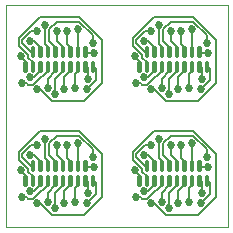
<source format=gtl>
G75*
%MOIN*%
%OFA0B0*%
%FSLAX25Y25*%
%IPPOS*%
%LPD*%
%AMOC8*
5,1,8,0,0,1.08239X$1,22.5*
%
%ADD10C,0.00000*%
%ADD11C,0.01350*%
%ADD12C,0.00600*%
%ADD13C,0.02700*%
D10*
X0001500Y0001500D02*
X0001500Y0039500D01*
X0001500Y0075500D01*
X0037500Y0075500D01*
X0039500Y0075500D01*
X0075500Y0075500D01*
X0075500Y0039500D01*
X0075500Y0037500D01*
X0075500Y0001500D01*
X0039500Y0001500D01*
X0001500Y0001500D01*
D11*
X0008125Y0015675D02*
X0008125Y0018325D01*
X0008275Y0018325D01*
X0008275Y0015675D01*
X0008125Y0015675D01*
X0008125Y0017024D02*
X0008275Y0017024D01*
X0010625Y0018325D02*
X0010625Y0015675D01*
X0010625Y0018325D02*
X0010775Y0018325D01*
X0010775Y0015675D01*
X0010625Y0015675D01*
X0010625Y0017024D02*
X0010775Y0017024D01*
X0013125Y0018325D02*
X0013125Y0015675D01*
X0013125Y0018325D02*
X0013275Y0018325D01*
X0013275Y0015675D01*
X0013125Y0015675D01*
X0013125Y0017024D02*
X0013275Y0017024D01*
X0015625Y0018325D02*
X0015625Y0015675D01*
X0015625Y0018325D02*
X0015775Y0018325D01*
X0015775Y0015675D01*
X0015625Y0015675D01*
X0015625Y0017024D02*
X0015775Y0017024D01*
X0018125Y0018325D02*
X0018125Y0015675D01*
X0018125Y0018325D02*
X0018275Y0018325D01*
X0018275Y0015675D01*
X0018125Y0015675D01*
X0018125Y0017024D02*
X0018275Y0017024D01*
X0020625Y0018325D02*
X0020625Y0015675D01*
X0020625Y0018325D02*
X0020775Y0018325D01*
X0020775Y0015675D01*
X0020625Y0015675D01*
X0020625Y0017024D02*
X0020775Y0017024D01*
X0023125Y0018325D02*
X0023125Y0015675D01*
X0023125Y0018325D02*
X0023275Y0018325D01*
X0023275Y0015675D01*
X0023125Y0015675D01*
X0023125Y0017024D02*
X0023275Y0017024D01*
X0025625Y0018325D02*
X0025625Y0015675D01*
X0025625Y0018325D02*
X0025775Y0018325D01*
X0025775Y0015675D01*
X0025625Y0015675D01*
X0025625Y0017024D02*
X0025775Y0017024D01*
X0028125Y0018325D02*
X0028125Y0015675D01*
X0028125Y0018325D02*
X0028275Y0018325D01*
X0028275Y0015675D01*
X0028125Y0015675D01*
X0028125Y0017024D02*
X0028275Y0017024D01*
X0030625Y0018325D02*
X0030625Y0015675D01*
X0030625Y0018325D02*
X0030775Y0018325D01*
X0030775Y0015675D01*
X0030625Y0015675D01*
X0030625Y0017024D02*
X0030775Y0017024D01*
X0028125Y0020675D02*
X0028125Y0023325D01*
X0028275Y0023325D01*
X0028275Y0020675D01*
X0028125Y0020675D01*
X0028125Y0022024D02*
X0028275Y0022024D01*
X0025625Y0023325D02*
X0025625Y0020675D01*
X0025625Y0023325D02*
X0025775Y0023325D01*
X0025775Y0020675D01*
X0025625Y0020675D01*
X0025625Y0022024D02*
X0025775Y0022024D01*
X0023125Y0023325D02*
X0023125Y0020675D01*
X0023125Y0023325D02*
X0023275Y0023325D01*
X0023275Y0020675D01*
X0023125Y0020675D01*
X0023125Y0022024D02*
X0023275Y0022024D01*
X0020625Y0023325D02*
X0020625Y0020675D01*
X0020625Y0023325D02*
X0020775Y0023325D01*
X0020775Y0020675D01*
X0020625Y0020675D01*
X0020625Y0022024D02*
X0020775Y0022024D01*
X0018125Y0023325D02*
X0018125Y0020675D01*
X0018125Y0023325D02*
X0018275Y0023325D01*
X0018275Y0020675D01*
X0018125Y0020675D01*
X0018125Y0022024D02*
X0018275Y0022024D01*
X0015625Y0023325D02*
X0015625Y0020675D01*
X0015625Y0023325D02*
X0015775Y0023325D01*
X0015775Y0020675D01*
X0015625Y0020675D01*
X0015625Y0022024D02*
X0015775Y0022024D01*
X0013125Y0023325D02*
X0013125Y0020675D01*
X0013125Y0023325D02*
X0013275Y0023325D01*
X0013275Y0020675D01*
X0013125Y0020675D01*
X0013125Y0022024D02*
X0013275Y0022024D01*
X0010625Y0023325D02*
X0010625Y0020675D01*
X0010625Y0023325D02*
X0010775Y0023325D01*
X0010775Y0020675D01*
X0010625Y0020675D01*
X0010625Y0022024D02*
X0010775Y0022024D01*
X0010625Y0053675D02*
X0010625Y0056325D01*
X0010775Y0056325D01*
X0010775Y0053675D01*
X0010625Y0053675D01*
X0010625Y0055024D02*
X0010775Y0055024D01*
X0008125Y0056325D02*
X0008125Y0053675D01*
X0008125Y0056325D02*
X0008275Y0056325D01*
X0008275Y0053675D01*
X0008125Y0053675D01*
X0008125Y0055024D02*
X0008275Y0055024D01*
X0010625Y0058675D02*
X0010625Y0061325D01*
X0010775Y0061325D01*
X0010775Y0058675D01*
X0010625Y0058675D01*
X0010625Y0060024D02*
X0010775Y0060024D01*
X0013125Y0061325D02*
X0013125Y0058675D01*
X0013125Y0061325D02*
X0013275Y0061325D01*
X0013275Y0058675D01*
X0013125Y0058675D01*
X0013125Y0060024D02*
X0013275Y0060024D01*
X0015625Y0061325D02*
X0015625Y0058675D01*
X0015625Y0061325D02*
X0015775Y0061325D01*
X0015775Y0058675D01*
X0015625Y0058675D01*
X0015625Y0060024D02*
X0015775Y0060024D01*
X0018125Y0061325D02*
X0018125Y0058675D01*
X0018125Y0061325D02*
X0018275Y0061325D01*
X0018275Y0058675D01*
X0018125Y0058675D01*
X0018125Y0060024D02*
X0018275Y0060024D01*
X0020625Y0061325D02*
X0020625Y0058675D01*
X0020625Y0061325D02*
X0020775Y0061325D01*
X0020775Y0058675D01*
X0020625Y0058675D01*
X0020625Y0060024D02*
X0020775Y0060024D01*
X0023125Y0061325D02*
X0023125Y0058675D01*
X0023125Y0061325D02*
X0023275Y0061325D01*
X0023275Y0058675D01*
X0023125Y0058675D01*
X0023125Y0060024D02*
X0023275Y0060024D01*
X0025625Y0061325D02*
X0025625Y0058675D01*
X0025625Y0061325D02*
X0025775Y0061325D01*
X0025775Y0058675D01*
X0025625Y0058675D01*
X0025625Y0060024D02*
X0025775Y0060024D01*
X0028125Y0061325D02*
X0028125Y0058675D01*
X0028125Y0061325D02*
X0028275Y0061325D01*
X0028275Y0058675D01*
X0028125Y0058675D01*
X0028125Y0060024D02*
X0028275Y0060024D01*
X0028125Y0056325D02*
X0028125Y0053675D01*
X0028125Y0056325D02*
X0028275Y0056325D01*
X0028275Y0053675D01*
X0028125Y0053675D01*
X0028125Y0055024D02*
X0028275Y0055024D01*
X0030625Y0056325D02*
X0030625Y0053675D01*
X0030625Y0056325D02*
X0030775Y0056325D01*
X0030775Y0053675D01*
X0030625Y0053675D01*
X0030625Y0055024D02*
X0030775Y0055024D01*
X0025625Y0056325D02*
X0025625Y0053675D01*
X0025625Y0056325D02*
X0025775Y0056325D01*
X0025775Y0053675D01*
X0025625Y0053675D01*
X0025625Y0055024D02*
X0025775Y0055024D01*
X0023125Y0056325D02*
X0023125Y0053675D01*
X0023125Y0056325D02*
X0023275Y0056325D01*
X0023275Y0053675D01*
X0023125Y0053675D01*
X0023125Y0055024D02*
X0023275Y0055024D01*
X0020625Y0056325D02*
X0020625Y0053675D01*
X0020625Y0056325D02*
X0020775Y0056325D01*
X0020775Y0053675D01*
X0020625Y0053675D01*
X0020625Y0055024D02*
X0020775Y0055024D01*
X0018125Y0056325D02*
X0018125Y0053675D01*
X0018125Y0056325D02*
X0018275Y0056325D01*
X0018275Y0053675D01*
X0018125Y0053675D01*
X0018125Y0055024D02*
X0018275Y0055024D01*
X0015625Y0056325D02*
X0015625Y0053675D01*
X0015625Y0056325D02*
X0015775Y0056325D01*
X0015775Y0053675D01*
X0015625Y0053675D01*
X0015625Y0055024D02*
X0015775Y0055024D01*
X0013125Y0056325D02*
X0013125Y0053675D01*
X0013125Y0056325D02*
X0013275Y0056325D01*
X0013275Y0053675D01*
X0013125Y0053675D01*
X0013125Y0055024D02*
X0013275Y0055024D01*
X0046125Y0056325D02*
X0046125Y0053675D01*
X0046125Y0056325D02*
X0046275Y0056325D01*
X0046275Y0053675D01*
X0046125Y0053675D01*
X0046125Y0055024D02*
X0046275Y0055024D01*
X0048625Y0056325D02*
X0048625Y0053675D01*
X0048625Y0056325D02*
X0048775Y0056325D01*
X0048775Y0053675D01*
X0048625Y0053675D01*
X0048625Y0055024D02*
X0048775Y0055024D01*
X0051125Y0056325D02*
X0051125Y0053675D01*
X0051125Y0056325D02*
X0051275Y0056325D01*
X0051275Y0053675D01*
X0051125Y0053675D01*
X0051125Y0055024D02*
X0051275Y0055024D01*
X0053625Y0056325D02*
X0053625Y0053675D01*
X0053625Y0056325D02*
X0053775Y0056325D01*
X0053775Y0053675D01*
X0053625Y0053675D01*
X0053625Y0055024D02*
X0053775Y0055024D01*
X0056125Y0056325D02*
X0056125Y0053675D01*
X0056125Y0056325D02*
X0056275Y0056325D01*
X0056275Y0053675D01*
X0056125Y0053675D01*
X0056125Y0055024D02*
X0056275Y0055024D01*
X0058625Y0056325D02*
X0058625Y0053675D01*
X0058625Y0056325D02*
X0058775Y0056325D01*
X0058775Y0053675D01*
X0058625Y0053675D01*
X0058625Y0055024D02*
X0058775Y0055024D01*
X0061125Y0056325D02*
X0061125Y0053675D01*
X0061125Y0056325D02*
X0061275Y0056325D01*
X0061275Y0053675D01*
X0061125Y0053675D01*
X0061125Y0055024D02*
X0061275Y0055024D01*
X0063625Y0056325D02*
X0063625Y0053675D01*
X0063625Y0056325D02*
X0063775Y0056325D01*
X0063775Y0053675D01*
X0063625Y0053675D01*
X0063625Y0055024D02*
X0063775Y0055024D01*
X0066125Y0056325D02*
X0066125Y0053675D01*
X0066125Y0056325D02*
X0066275Y0056325D01*
X0066275Y0053675D01*
X0066125Y0053675D01*
X0066125Y0055024D02*
X0066275Y0055024D01*
X0068625Y0056325D02*
X0068625Y0053675D01*
X0068625Y0056325D02*
X0068775Y0056325D01*
X0068775Y0053675D01*
X0068625Y0053675D01*
X0068625Y0055024D02*
X0068775Y0055024D01*
X0066125Y0058675D02*
X0066125Y0061325D01*
X0066275Y0061325D01*
X0066275Y0058675D01*
X0066125Y0058675D01*
X0066125Y0060024D02*
X0066275Y0060024D01*
X0063625Y0061325D02*
X0063625Y0058675D01*
X0063625Y0061325D02*
X0063775Y0061325D01*
X0063775Y0058675D01*
X0063625Y0058675D01*
X0063625Y0060024D02*
X0063775Y0060024D01*
X0061125Y0061325D02*
X0061125Y0058675D01*
X0061125Y0061325D02*
X0061275Y0061325D01*
X0061275Y0058675D01*
X0061125Y0058675D01*
X0061125Y0060024D02*
X0061275Y0060024D01*
X0058625Y0061325D02*
X0058625Y0058675D01*
X0058625Y0061325D02*
X0058775Y0061325D01*
X0058775Y0058675D01*
X0058625Y0058675D01*
X0058625Y0060024D02*
X0058775Y0060024D01*
X0056125Y0061325D02*
X0056125Y0058675D01*
X0056125Y0061325D02*
X0056275Y0061325D01*
X0056275Y0058675D01*
X0056125Y0058675D01*
X0056125Y0060024D02*
X0056275Y0060024D01*
X0053625Y0061325D02*
X0053625Y0058675D01*
X0053625Y0061325D02*
X0053775Y0061325D01*
X0053775Y0058675D01*
X0053625Y0058675D01*
X0053625Y0060024D02*
X0053775Y0060024D01*
X0051125Y0061325D02*
X0051125Y0058675D01*
X0051125Y0061325D02*
X0051275Y0061325D01*
X0051275Y0058675D01*
X0051125Y0058675D01*
X0051125Y0060024D02*
X0051275Y0060024D01*
X0048625Y0061325D02*
X0048625Y0058675D01*
X0048625Y0061325D02*
X0048775Y0061325D01*
X0048775Y0058675D01*
X0048625Y0058675D01*
X0048625Y0060024D02*
X0048775Y0060024D01*
X0048625Y0023325D02*
X0048625Y0020675D01*
X0048625Y0023325D02*
X0048775Y0023325D01*
X0048775Y0020675D01*
X0048625Y0020675D01*
X0048625Y0022024D02*
X0048775Y0022024D01*
X0051125Y0023325D02*
X0051125Y0020675D01*
X0051125Y0023325D02*
X0051275Y0023325D01*
X0051275Y0020675D01*
X0051125Y0020675D01*
X0051125Y0022024D02*
X0051275Y0022024D01*
X0053625Y0023325D02*
X0053625Y0020675D01*
X0053625Y0023325D02*
X0053775Y0023325D01*
X0053775Y0020675D01*
X0053625Y0020675D01*
X0053625Y0022024D02*
X0053775Y0022024D01*
X0056125Y0023325D02*
X0056125Y0020675D01*
X0056125Y0023325D02*
X0056275Y0023325D01*
X0056275Y0020675D01*
X0056125Y0020675D01*
X0056125Y0022024D02*
X0056275Y0022024D01*
X0058625Y0023325D02*
X0058625Y0020675D01*
X0058625Y0023325D02*
X0058775Y0023325D01*
X0058775Y0020675D01*
X0058625Y0020675D01*
X0058625Y0022024D02*
X0058775Y0022024D01*
X0061125Y0023325D02*
X0061125Y0020675D01*
X0061125Y0023325D02*
X0061275Y0023325D01*
X0061275Y0020675D01*
X0061125Y0020675D01*
X0061125Y0022024D02*
X0061275Y0022024D01*
X0063625Y0023325D02*
X0063625Y0020675D01*
X0063625Y0023325D02*
X0063775Y0023325D01*
X0063775Y0020675D01*
X0063625Y0020675D01*
X0063625Y0022024D02*
X0063775Y0022024D01*
X0066125Y0023325D02*
X0066125Y0020675D01*
X0066125Y0023325D02*
X0066275Y0023325D01*
X0066275Y0020675D01*
X0066125Y0020675D01*
X0066125Y0022024D02*
X0066275Y0022024D01*
X0066125Y0018325D02*
X0066125Y0015675D01*
X0066125Y0018325D02*
X0066275Y0018325D01*
X0066275Y0015675D01*
X0066125Y0015675D01*
X0066125Y0017024D02*
X0066275Y0017024D01*
X0068625Y0018325D02*
X0068625Y0015675D01*
X0068625Y0018325D02*
X0068775Y0018325D01*
X0068775Y0015675D01*
X0068625Y0015675D01*
X0068625Y0017024D02*
X0068775Y0017024D01*
X0063625Y0018325D02*
X0063625Y0015675D01*
X0063625Y0018325D02*
X0063775Y0018325D01*
X0063775Y0015675D01*
X0063625Y0015675D01*
X0063625Y0017024D02*
X0063775Y0017024D01*
X0061125Y0018325D02*
X0061125Y0015675D01*
X0061125Y0018325D02*
X0061275Y0018325D01*
X0061275Y0015675D01*
X0061125Y0015675D01*
X0061125Y0017024D02*
X0061275Y0017024D01*
X0058625Y0018325D02*
X0058625Y0015675D01*
X0058625Y0018325D02*
X0058775Y0018325D01*
X0058775Y0015675D01*
X0058625Y0015675D01*
X0058625Y0017024D02*
X0058775Y0017024D01*
X0056125Y0018325D02*
X0056125Y0015675D01*
X0056125Y0018325D02*
X0056275Y0018325D01*
X0056275Y0015675D01*
X0056125Y0015675D01*
X0056125Y0017024D02*
X0056275Y0017024D01*
X0053625Y0018325D02*
X0053625Y0015675D01*
X0053625Y0018325D02*
X0053775Y0018325D01*
X0053775Y0015675D01*
X0053625Y0015675D01*
X0053625Y0017024D02*
X0053775Y0017024D01*
X0051125Y0018325D02*
X0051125Y0015675D01*
X0051125Y0018325D02*
X0051275Y0018325D01*
X0051275Y0015675D01*
X0051125Y0015675D01*
X0051125Y0017024D02*
X0051275Y0017024D01*
X0048625Y0018325D02*
X0048625Y0015675D01*
X0048625Y0018325D02*
X0048775Y0018325D01*
X0048775Y0015675D01*
X0048625Y0015675D01*
X0048625Y0017024D02*
X0048775Y0017024D01*
X0046125Y0018325D02*
X0046125Y0015675D01*
X0046125Y0018325D02*
X0046275Y0018325D01*
X0046275Y0015675D01*
X0046125Y0015675D01*
X0046125Y0017024D02*
X0046275Y0017024D01*
D12*
X0046200Y0017000D02*
X0046000Y0017000D01*
X0046000Y0019000D01*
X0044500Y0020500D01*
X0047000Y0020000D02*
X0048500Y0018500D01*
X0048500Y0017000D01*
X0048700Y0017000D01*
X0051000Y0017000D02*
X0051000Y0015500D01*
X0049000Y0013500D01*
X0047500Y0013500D01*
X0046500Y0011500D02*
X0045000Y0011500D01*
X0046500Y0011500D02*
X0047000Y0011000D01*
X0048500Y0011000D01*
X0051500Y0014000D01*
X0052000Y0014000D01*
X0053500Y0015500D01*
X0053500Y0017000D01*
X0053700Y0017000D01*
X0056000Y0017000D02*
X0056000Y0015500D01*
X0053500Y0013000D01*
X0053500Y0010000D01*
X0051000Y0009500D02*
X0055000Y0005500D01*
X0065500Y0005500D01*
X0071500Y0011500D01*
X0071500Y0026000D01*
X0064000Y0033500D01*
X0051000Y0033500D01*
X0044000Y0026500D01*
X0044000Y0024000D01*
X0047000Y0021000D01*
X0047000Y0020000D01*
X0048000Y0022000D02*
X0048700Y0022000D01*
X0048000Y0022000D02*
X0045000Y0025000D01*
X0045000Y0026000D01*
X0048000Y0029000D01*
X0050000Y0029000D01*
X0052500Y0031000D02*
X0052500Y0024500D01*
X0053500Y0023500D01*
X0053500Y0022000D01*
X0053700Y0022000D01*
X0056000Y0022000D02*
X0056200Y0022000D01*
X0056000Y0022000D02*
X0056000Y0023500D01*
X0054000Y0025500D01*
X0054000Y0029500D01*
X0056500Y0032000D01*
X0064000Y0032000D01*
X0068500Y0027500D01*
X0068500Y0025000D01*
X0066500Y0022000D02*
X0066200Y0022000D01*
X0066500Y0022000D02*
X0067000Y0021500D01*
X0069000Y0021500D01*
X0069000Y0017000D02*
X0068700Y0017000D01*
X0069000Y0017000D02*
X0069500Y0016500D01*
X0069500Y0012500D01*
X0066500Y0009500D01*
X0067000Y0013000D02*
X0067000Y0016500D01*
X0066500Y0017000D01*
X0066200Y0017000D01*
X0063700Y0017000D02*
X0063500Y0017000D01*
X0063500Y0015500D01*
X0062500Y0014500D01*
X0062500Y0010000D01*
X0059000Y0009500D02*
X0059000Y0013500D01*
X0061000Y0015500D01*
X0061000Y0017000D01*
X0061200Y0017000D01*
X0058700Y0017000D02*
X0058500Y0017000D01*
X0058500Y0015500D01*
X0056000Y0013000D01*
X0056000Y0008000D01*
X0051000Y0009500D02*
X0050000Y0009500D01*
X0051000Y0017000D02*
X0051200Y0017000D01*
X0056000Y0017000D02*
X0056200Y0017000D01*
X0058500Y0022000D02*
X0058700Y0022000D01*
X0058500Y0022000D02*
X0058500Y0023500D01*
X0056500Y0025500D01*
X0056500Y0029000D01*
X0060000Y0029000D02*
X0060000Y0024500D01*
X0061000Y0023500D01*
X0061000Y0022000D01*
X0061200Y0022000D01*
X0063500Y0022000D02*
X0063700Y0022000D01*
X0063500Y0022000D02*
X0063500Y0029500D01*
X0051000Y0023500D02*
X0051000Y0022000D01*
X0051200Y0022000D01*
X0051000Y0023500D02*
X0049000Y0025500D01*
X0047500Y0025500D01*
X0033500Y0026000D02*
X0026000Y0033500D01*
X0013000Y0033500D01*
X0006000Y0026500D01*
X0006000Y0024000D01*
X0009000Y0021000D01*
X0009000Y0020000D01*
X0010500Y0018500D01*
X0010500Y0017000D01*
X0010700Y0017000D01*
X0013000Y0017000D02*
X0013000Y0015500D01*
X0011000Y0013500D01*
X0009500Y0013500D01*
X0008500Y0011500D02*
X0007000Y0011500D01*
X0008500Y0011500D02*
X0009000Y0011000D01*
X0010500Y0011000D01*
X0013500Y0014000D01*
X0014000Y0014000D01*
X0015500Y0015500D01*
X0015500Y0017000D01*
X0015700Y0017000D01*
X0018000Y0017000D02*
X0018000Y0015500D01*
X0015500Y0013000D01*
X0015500Y0010000D01*
X0018000Y0008000D02*
X0018000Y0013000D01*
X0020500Y0015500D01*
X0020500Y0017000D01*
X0020700Y0017000D01*
X0023000Y0017000D02*
X0023000Y0015500D01*
X0021000Y0013500D01*
X0021000Y0009500D01*
X0024500Y0010000D02*
X0024500Y0014500D01*
X0025500Y0015500D01*
X0025500Y0017000D01*
X0025700Y0017000D01*
X0023200Y0017000D02*
X0023000Y0017000D01*
X0018200Y0017000D02*
X0018000Y0017000D01*
X0013200Y0017000D02*
X0013000Y0017000D01*
X0008200Y0017000D02*
X0008000Y0017000D01*
X0008000Y0019000D01*
X0006500Y0020500D01*
X0010000Y0022000D02*
X0010700Y0022000D01*
X0010000Y0022000D02*
X0007000Y0025000D01*
X0007000Y0026000D01*
X0010000Y0029000D01*
X0012000Y0029000D01*
X0014500Y0031000D02*
X0014500Y0024500D01*
X0015500Y0023500D01*
X0015500Y0022000D01*
X0015700Y0022000D01*
X0018000Y0022000D02*
X0018200Y0022000D01*
X0018000Y0022000D02*
X0018000Y0023500D01*
X0016000Y0025500D01*
X0016000Y0029500D01*
X0018500Y0032000D01*
X0026000Y0032000D01*
X0030500Y0027500D01*
X0030500Y0025000D01*
X0033500Y0026000D02*
X0033500Y0011500D01*
X0027500Y0005500D01*
X0017000Y0005500D01*
X0013000Y0009500D01*
X0012000Y0009500D01*
X0013000Y0022000D02*
X0013200Y0022000D01*
X0013000Y0022000D02*
X0013000Y0023500D01*
X0011000Y0025500D01*
X0009500Y0025500D01*
X0018500Y0025500D02*
X0020500Y0023500D01*
X0020500Y0022000D01*
X0020700Y0022000D01*
X0023000Y0022000D02*
X0023200Y0022000D01*
X0023000Y0022000D02*
X0023000Y0023500D01*
X0022000Y0024500D01*
X0022000Y0029000D01*
X0018500Y0029000D02*
X0018500Y0025500D01*
X0025500Y0022000D02*
X0025700Y0022000D01*
X0025500Y0022000D02*
X0025500Y0029500D01*
X0028200Y0022000D02*
X0028500Y0022000D01*
X0029000Y0021500D01*
X0031000Y0021500D01*
X0031000Y0017000D02*
X0030700Y0017000D01*
X0031000Y0017000D02*
X0031500Y0016500D01*
X0031500Y0012500D01*
X0028500Y0009500D01*
X0029000Y0013000D02*
X0029000Y0016500D01*
X0028500Y0017000D01*
X0028200Y0017000D01*
X0027500Y0043500D02*
X0017000Y0043500D01*
X0013000Y0047500D01*
X0012000Y0047500D01*
X0010500Y0049000D02*
X0013500Y0052000D01*
X0014000Y0052000D01*
X0015500Y0053500D01*
X0015500Y0055000D01*
X0015700Y0055000D01*
X0018000Y0055000D02*
X0018000Y0053500D01*
X0015500Y0051000D01*
X0015500Y0048000D01*
X0018000Y0046000D02*
X0018000Y0051000D01*
X0020500Y0053500D01*
X0020500Y0055000D01*
X0020700Y0055000D01*
X0023000Y0055000D02*
X0023000Y0053500D01*
X0021000Y0051500D01*
X0021000Y0047500D01*
X0024500Y0048000D02*
X0024500Y0052500D01*
X0025500Y0053500D01*
X0025500Y0055000D01*
X0025700Y0055000D01*
X0023200Y0055000D02*
X0023000Y0055000D01*
X0018200Y0055000D02*
X0018000Y0055000D01*
X0013200Y0055000D02*
X0013000Y0055000D01*
X0013000Y0053500D01*
X0011000Y0051500D01*
X0009500Y0051500D01*
X0008500Y0049500D02*
X0009000Y0049000D01*
X0010500Y0049000D01*
X0008500Y0049500D02*
X0007000Y0049500D01*
X0008000Y0055000D02*
X0008200Y0055000D01*
X0008000Y0055000D02*
X0008000Y0057000D01*
X0006500Y0058500D01*
X0009000Y0058000D02*
X0010500Y0056500D01*
X0010500Y0055000D01*
X0010700Y0055000D01*
X0009000Y0058000D02*
X0009000Y0059000D01*
X0006000Y0062000D01*
X0006000Y0064500D01*
X0013000Y0071500D01*
X0026000Y0071500D01*
X0033500Y0064000D01*
X0033500Y0049500D01*
X0027500Y0043500D01*
X0028500Y0047500D02*
X0031500Y0050500D01*
X0031500Y0054500D01*
X0031000Y0055000D01*
X0030700Y0055000D01*
X0029000Y0054500D02*
X0028500Y0055000D01*
X0028200Y0055000D01*
X0029000Y0054500D02*
X0029000Y0051000D01*
X0029000Y0059500D02*
X0028500Y0060000D01*
X0028200Y0060000D01*
X0029000Y0059500D02*
X0031000Y0059500D01*
X0030500Y0063000D02*
X0030500Y0065500D01*
X0026000Y0070000D01*
X0018500Y0070000D01*
X0016000Y0067500D01*
X0016000Y0063500D01*
X0018000Y0061500D01*
X0018000Y0060000D01*
X0018200Y0060000D01*
X0020500Y0060000D02*
X0020700Y0060000D01*
X0020500Y0060000D02*
X0020500Y0061500D01*
X0018500Y0063500D01*
X0018500Y0067000D01*
X0022000Y0067000D02*
X0022000Y0062500D01*
X0023000Y0061500D01*
X0023000Y0060000D01*
X0023200Y0060000D01*
X0025500Y0060000D02*
X0025700Y0060000D01*
X0025500Y0060000D02*
X0025500Y0067500D01*
X0015500Y0061500D02*
X0015500Y0060000D01*
X0015700Y0060000D01*
X0015500Y0061500D02*
X0014500Y0062500D01*
X0014500Y0069000D01*
X0012000Y0067000D02*
X0010000Y0067000D01*
X0007000Y0064000D01*
X0007000Y0063000D01*
X0010000Y0060000D01*
X0010700Y0060000D01*
X0013000Y0060000D02*
X0013200Y0060000D01*
X0013000Y0060000D02*
X0013000Y0061500D01*
X0011000Y0063500D01*
X0009500Y0063500D01*
X0044000Y0064500D02*
X0044000Y0062000D01*
X0047000Y0059000D01*
X0047000Y0058000D01*
X0048500Y0056500D01*
X0048500Y0055000D01*
X0048700Y0055000D01*
X0051000Y0055000D02*
X0051000Y0053500D01*
X0049000Y0051500D01*
X0047500Y0051500D01*
X0046500Y0049500D02*
X0047000Y0049000D01*
X0048500Y0049000D01*
X0051500Y0052000D01*
X0052000Y0052000D01*
X0053500Y0053500D01*
X0053500Y0055000D01*
X0053700Y0055000D01*
X0056000Y0055000D02*
X0056000Y0053500D01*
X0053500Y0051000D01*
X0053500Y0048000D01*
X0051000Y0047500D02*
X0055000Y0043500D01*
X0065500Y0043500D01*
X0071500Y0049500D01*
X0071500Y0064000D01*
X0064000Y0071500D01*
X0051000Y0071500D01*
X0044000Y0064500D01*
X0045000Y0064000D02*
X0045000Y0063000D01*
X0048000Y0060000D01*
X0048700Y0060000D01*
X0051000Y0060000D02*
X0051200Y0060000D01*
X0051000Y0060000D02*
X0051000Y0061500D01*
X0049000Y0063500D01*
X0047500Y0063500D01*
X0045000Y0064000D02*
X0048000Y0067000D01*
X0050000Y0067000D01*
X0052500Y0069000D02*
X0052500Y0062500D01*
X0053500Y0061500D01*
X0053500Y0060000D01*
X0053700Y0060000D01*
X0056000Y0060000D02*
X0056200Y0060000D01*
X0056000Y0060000D02*
X0056000Y0061500D01*
X0054000Y0063500D01*
X0054000Y0067500D01*
X0056500Y0070000D01*
X0064000Y0070000D01*
X0068500Y0065500D01*
X0068500Y0063000D01*
X0069000Y0059500D02*
X0067000Y0059500D01*
X0066500Y0060000D01*
X0066200Y0060000D01*
X0063700Y0060000D02*
X0063500Y0060000D01*
X0063500Y0067500D01*
X0060000Y0067000D02*
X0060000Y0062500D01*
X0061000Y0061500D01*
X0061000Y0060000D01*
X0061200Y0060000D01*
X0058700Y0060000D02*
X0058500Y0060000D01*
X0058500Y0061500D01*
X0056500Y0063500D01*
X0056500Y0067000D01*
X0046000Y0057000D02*
X0044500Y0058500D01*
X0046000Y0057000D02*
X0046000Y0055000D01*
X0046200Y0055000D01*
X0051000Y0055000D02*
X0051200Y0055000D01*
X0056000Y0055000D02*
X0056200Y0055000D01*
X0058500Y0055000D02*
X0058500Y0053500D01*
X0056000Y0051000D01*
X0056000Y0046000D01*
X0059000Y0047500D02*
X0059000Y0051500D01*
X0061000Y0053500D01*
X0061000Y0055000D01*
X0061200Y0055000D01*
X0063500Y0055000D02*
X0063500Y0053500D01*
X0062500Y0052500D01*
X0062500Y0048000D01*
X0066500Y0047500D02*
X0069500Y0050500D01*
X0069500Y0054500D01*
X0069000Y0055000D01*
X0068700Y0055000D01*
X0067000Y0054500D02*
X0066500Y0055000D01*
X0066200Y0055000D01*
X0067000Y0054500D02*
X0067000Y0051000D01*
X0063700Y0055000D02*
X0063500Y0055000D01*
X0058700Y0055000D02*
X0058500Y0055000D01*
X0051000Y0047500D02*
X0050000Y0047500D01*
X0046500Y0049500D02*
X0045000Y0049500D01*
D13*
X0045000Y0049500D03*
X0047500Y0051500D03*
X0050000Y0047500D03*
X0053500Y0048000D03*
X0056000Y0046000D03*
X0059000Y0047500D03*
X0062500Y0048000D03*
X0066500Y0047500D03*
X0067000Y0051000D03*
X0069000Y0059500D03*
X0068500Y0063000D03*
X0063500Y0067500D03*
X0060000Y0067000D03*
X0056500Y0067000D03*
X0052500Y0069000D03*
X0050000Y0067000D03*
X0047500Y0063500D03*
X0044500Y0058500D03*
X0031000Y0059500D03*
X0030500Y0063000D03*
X0025500Y0067500D03*
X0022000Y0067000D03*
X0018500Y0067000D03*
X0014500Y0069000D03*
X0012000Y0067000D03*
X0009500Y0063500D03*
X0006500Y0058500D03*
X0009500Y0051500D03*
X0007000Y0049500D03*
X0012000Y0047500D03*
X0015500Y0048000D03*
X0018000Y0046000D03*
X0021000Y0047500D03*
X0024500Y0048000D03*
X0028500Y0047500D03*
X0029000Y0051000D03*
X0014500Y0031000D03*
X0012000Y0029000D03*
X0009500Y0025500D03*
X0006500Y0020500D03*
X0009500Y0013500D03*
X0007000Y0011500D03*
X0012000Y0009500D03*
X0015500Y0010000D03*
X0018000Y0008000D03*
X0021000Y0009500D03*
X0024500Y0010000D03*
X0028500Y0009500D03*
X0029000Y0013000D03*
X0031000Y0021500D03*
X0030500Y0025000D03*
X0025500Y0029500D03*
X0022000Y0029000D03*
X0018500Y0029000D03*
X0044500Y0020500D03*
X0047500Y0025500D03*
X0050000Y0029000D03*
X0052500Y0031000D03*
X0056500Y0029000D03*
X0060000Y0029000D03*
X0063500Y0029500D03*
X0068500Y0025000D03*
X0069000Y0021500D03*
X0067000Y0013000D03*
X0066500Y0009500D03*
X0062500Y0010000D03*
X0059000Y0009500D03*
X0056000Y0008000D03*
X0053500Y0010000D03*
X0050000Y0009500D03*
X0047500Y0013500D03*
X0045000Y0011500D03*
M02*

</source>
